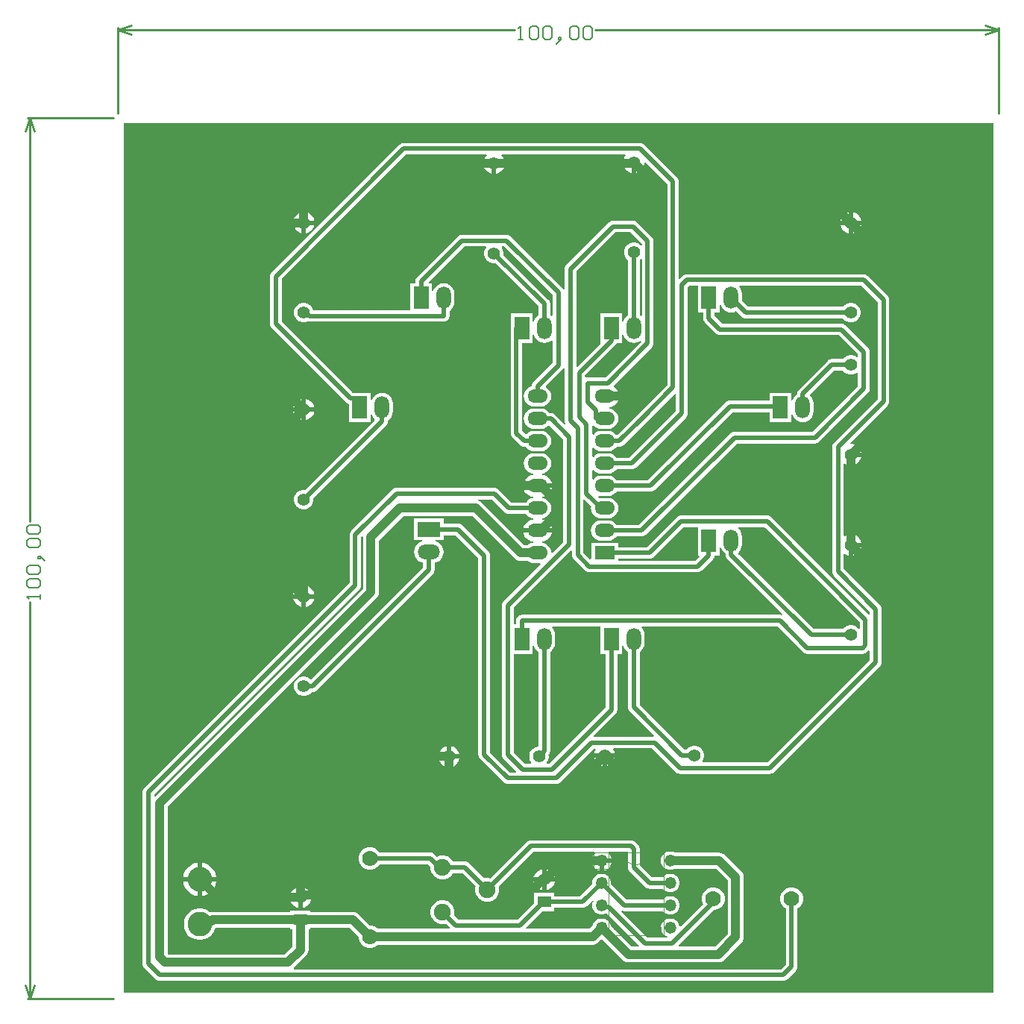
<source format=gbl>
G04*
G04 #@! TF.GenerationSoftware,Altium Limited,Altium Designer,21.3.2 (30)*
G04*
G04 Layer_Physical_Order=2*
G04 Layer_Color=16711680*
%FSLAX24Y24*%
%MOIN*%
G70*
G04*
G04 #@! TF.SameCoordinates,6E726B93-E50A-4388-B932-66385DC3C8FA*
G04*
G04*
G04 #@! TF.FilePolarity,Positive*
G04*
G01*
G75*
%ADD10C,0.0100*%
%ADD14C,0.0020*%
%ADD15C,0.0060*%
%ADD29O,0.0591X0.0512*%
%ADD30R,0.0591X0.0512*%
%ADD31R,0.0650X0.1000*%
%ADD32O,0.0650X0.1000*%
%ADD33C,0.0551*%
%ADD34C,0.0700*%
%ADD35R,0.0900X0.0600*%
%ADD36O,0.0900X0.0600*%
%ADD37C,0.0512*%
%ADD38C,0.1100*%
%ADD39C,0.0750*%
%ADD40R,0.1000X0.0650*%
%ADD41O,0.1000X0.0650*%
%ADD42C,0.0394*%
%ADD43C,0.0197*%
G36*
X39062Y245D02*
X208D01*
Y39099D01*
X39062D01*
Y245D01*
D02*
G37*
%LPC*%
G36*
X22902Y37259D02*
X22537D01*
X22560Y37176D01*
X22622Y37068D01*
X22710Y36980D01*
X22818Y36918D01*
X22902Y36895D01*
Y37259D01*
D02*
G37*
G36*
X17213Y37209D02*
X16848D01*
Y36845D01*
X16932Y36868D01*
X17040Y36930D01*
X17128Y37018D01*
X17190Y37126D01*
X17213Y37209D01*
D02*
G37*
G36*
X16652D02*
X16287D01*
X16310Y37126D01*
X16372Y37018D01*
X16460Y36930D01*
X16568Y36868D01*
X16652Y36845D01*
Y37209D01*
D02*
G37*
G36*
X32798Y35121D02*
Y34756D01*
X33163D01*
X33140Y34840D01*
X33078Y34948D01*
X32990Y35036D01*
X32882Y35098D01*
X32798Y35121D01*
D02*
G37*
G36*
X8348D02*
Y34756D01*
X8713D01*
X8690Y34840D01*
X8628Y34948D01*
X8540Y35036D01*
X8432Y35098D01*
X8348Y35121D01*
D02*
G37*
G36*
X32602D02*
X32518Y35098D01*
X32410Y35036D01*
X32322Y34948D01*
X32260Y34840D01*
X32237Y34756D01*
X32602D01*
Y35121D01*
D02*
G37*
G36*
X8152D02*
X8068Y35098D01*
X7960Y35036D01*
X7872Y34948D01*
X7810Y34840D01*
X7787Y34756D01*
X8152D01*
Y35121D01*
D02*
G37*
G36*
X33163Y34559D02*
X32798D01*
Y34195D01*
X32882Y34218D01*
X32990Y34280D01*
X33078Y34368D01*
X33140Y34476D01*
X33163Y34559D01*
D02*
G37*
G36*
X8713D02*
X8348D01*
Y34195D01*
X8432Y34218D01*
X8540Y34280D01*
X8628Y34368D01*
X8690Y34476D01*
X8713Y34559D01*
D02*
G37*
G36*
X32602D02*
X32237D01*
X32260Y34476D01*
X32322Y34368D01*
X32410Y34280D01*
X32518Y34218D01*
X32602Y34195D01*
Y34559D01*
D02*
G37*
G36*
X8152D02*
X7787D01*
X7810Y34476D01*
X7872Y34368D01*
X7960Y34280D01*
X8068Y34218D01*
X8152Y34195D01*
Y34559D01*
D02*
G37*
G36*
X8348Y26771D02*
Y26406D01*
X8713D01*
X8690Y26490D01*
X8628Y26598D01*
X8540Y26686D01*
X8432Y26748D01*
X8348Y26771D01*
D02*
G37*
G36*
X8152D02*
X8068Y26748D01*
X7960Y26686D01*
X7872Y26598D01*
X7810Y26490D01*
X7787Y26406D01*
X8152D01*
Y26771D01*
D02*
G37*
G36*
X8713Y26209D02*
X8348D01*
Y25845D01*
X8432Y25868D01*
X8540Y25930D01*
X8628Y26018D01*
X8690Y26126D01*
X8713Y26209D01*
D02*
G37*
G36*
X8152D02*
X7787D01*
X7810Y26126D01*
X7872Y26018D01*
X7960Y25930D01*
X8068Y25868D01*
X8152Y25845D01*
Y26209D01*
D02*
G37*
G36*
X23285Y38223D02*
X12715D01*
X12648Y38214D01*
X12586Y38189D01*
X12533Y38148D01*
X6817Y32433D01*
X6776Y32379D01*
X6751Y32317D01*
X6742Y32250D01*
Y30150D01*
X6751Y30083D01*
X6776Y30021D01*
X6817Y29967D01*
X10166Y26619D01*
X10219Y26578D01*
X10268Y26558D01*
Y25743D01*
X11232D01*
Y26089D01*
X11280Y26099D01*
X11329Y25982D01*
X11406Y25881D01*
X11414Y25875D01*
X11417Y25825D01*
X8316Y22723D01*
X8307Y22725D01*
X8193D01*
X8083Y22696D01*
X7984Y22639D01*
X7903Y22558D01*
X7846Y22459D01*
X7817Y22349D01*
Y22235D01*
X7846Y22125D01*
X7903Y22026D01*
X7984Y21946D01*
X8083Y21889D01*
X8193Y21859D01*
X8307D01*
X8417Y21889D01*
X8516Y21946D01*
X8597Y22026D01*
X8654Y22125D01*
X8683Y22235D01*
Y22349D01*
X8681Y22358D01*
X11933Y25610D01*
X11974Y25663D01*
X11999Y25725D01*
X12008Y25792D01*
Y25815D01*
X12094Y25881D01*
X12171Y25982D01*
X12220Y26099D01*
X12237Y26225D01*
Y26575D01*
X12220Y26701D01*
X12171Y26818D01*
X12094Y26919D01*
X11993Y26996D01*
X11876Y27045D01*
X11750Y27062D01*
X11624Y27045D01*
X11507Y26996D01*
X11406Y26919D01*
X11329Y26818D01*
X11280Y26701D01*
X11232Y26711D01*
Y27057D01*
X10540D01*
X10523Y27060D01*
X10455D01*
X7258Y30257D01*
Y32143D01*
X12822Y37707D01*
X16410D01*
X16431Y37657D01*
X16372Y37598D01*
X16310Y37490D01*
X16287Y37406D01*
X16750D01*
X17213D01*
X17190Y37490D01*
X17128Y37598D01*
X17069Y37657D01*
X17090Y37707D01*
X22616D01*
X22635Y37661D01*
X22622Y37648D01*
X22560Y37540D01*
X22537Y37456D01*
X23000D01*
Y37358D01*
X23098D01*
Y36895D01*
X23182Y36918D01*
X23290Y36980D01*
X23378Y37068D01*
X23440Y37176D01*
X23472Y37296D01*
Y37347D01*
X23519Y37366D01*
X24492Y36393D01*
Y27407D01*
X23107Y26023D01*
X22269Y25184D01*
X22206Y25188D01*
X22176Y25226D01*
X22081Y25300D01*
X21969Y25346D01*
X21850Y25361D01*
X21550D01*
X21431Y25346D01*
X21319Y25300D01*
X21224Y25226D01*
X21196Y25190D01*
X21146Y25206D01*
Y25594D01*
X21196Y25610D01*
X21224Y25574D01*
X21319Y25500D01*
X21431Y25454D01*
X21550Y25439D01*
X21850D01*
X21969Y25454D01*
X22081Y25500D01*
X22176Y25574D01*
X22250Y25669D01*
X22296Y25781D01*
X22311Y25900D01*
X22296Y26019D01*
X22250Y26131D01*
X22176Y26226D01*
X22081Y26300D01*
X21969Y26346D01*
X21899Y26355D01*
Y26405D01*
X21980Y26416D01*
X22101Y26466D01*
X22204Y26546D01*
X22284Y26649D01*
X22334Y26770D01*
X22338Y26802D01*
X21700D01*
Y26998D01*
X22338D01*
X22334Y27030D01*
X22284Y27151D01*
X22204Y27254D01*
X22111Y27326D01*
X22098Y27383D01*
X23803Y29088D01*
X23844Y29141D01*
X23870Y29203D01*
X23878Y29270D01*
Y33836D01*
X23870Y33902D01*
X23844Y33965D01*
X23803Y34018D01*
X23143Y34678D01*
X23090Y34719D01*
X23028Y34744D01*
X22961Y34753D01*
X22080D01*
X22013Y34744D01*
X21951Y34719D01*
X21897Y34678D01*
X19985Y32765D01*
X19944Y32711D01*
X19918Y32649D01*
X19909Y32582D01*
Y31678D01*
X19859Y31668D01*
X19854Y31682D01*
X19813Y31736D01*
X17503Y34046D01*
X17449Y34087D01*
X17387Y34112D01*
X17320Y34121D01*
X15318D01*
X15251Y34112D01*
X15189Y34087D01*
X15135Y34046D01*
X13317Y32228D01*
X13276Y32174D01*
X13251Y32112D01*
X13242Y32045D01*
Y31957D01*
X13018D01*
Y30753D01*
X8669D01*
X8654Y30809D01*
X8597Y30908D01*
X8516Y30989D01*
X8417Y31046D01*
X8307Y31075D01*
X8193D01*
X8083Y31046D01*
X7984Y30989D01*
X7903Y30908D01*
X7846Y30809D01*
X7817Y30699D01*
Y30585D01*
X7846Y30475D01*
X7903Y30376D01*
X7984Y30296D01*
X8083Y30239D01*
X8193Y30209D01*
X8307D01*
X8417Y30239D01*
X8429Y30245D01*
X8493Y30237D01*
X14500D01*
X14567Y30246D01*
X14629Y30272D01*
X14683Y30313D01*
X14724Y30366D01*
X14749Y30428D01*
X14758Y30495D01*
Y30715D01*
X14844Y30781D01*
X14921Y30882D01*
X14970Y30999D01*
X14987Y31125D01*
Y31475D01*
X14970Y31601D01*
X14921Y31718D01*
X14844Y31819D01*
X14743Y31896D01*
X14626Y31945D01*
X14500Y31962D01*
X14374Y31945D01*
X14257Y31896D01*
X14156Y31819D01*
X14079Y31718D01*
X14030Y31601D01*
X13982Y31611D01*
Y31957D01*
X13843D01*
X13824Y32004D01*
X15425Y33605D01*
X16385D01*
X16395Y33581D01*
X16402Y33555D01*
X16346Y33459D01*
X16317Y33349D01*
Y33235D01*
X16346Y33125D01*
X16403Y33026D01*
X16484Y32946D01*
X16583Y32889D01*
X16693Y32859D01*
X16807D01*
X16816Y32861D01*
X18742Y30935D01*
Y30535D01*
X18656Y30469D01*
X18579Y30368D01*
X18530Y30251D01*
X18482Y30261D01*
Y30607D01*
X17518D01*
Y30052D01*
X17501Y30012D01*
X17492Y29945D01*
Y25250D01*
X17501Y25183D01*
X17526Y25121D01*
X17567Y25067D01*
X17917Y24717D01*
X17971Y24676D01*
X18033Y24651D01*
X18100Y24642D01*
X18171D01*
X18224Y24574D01*
X18319Y24500D01*
X18431Y24454D01*
X18550Y24439D01*
X18850D01*
X18969Y24454D01*
X19081Y24500D01*
X19176Y24574D01*
X19250Y24669D01*
X19296Y24781D01*
X19311Y24900D01*
X19296Y25019D01*
X19250Y25131D01*
X19176Y25226D01*
X19081Y25300D01*
X18969Y25346D01*
X18850Y25361D01*
X18550D01*
X18431Y25346D01*
X18319Y25300D01*
X18224Y25226D01*
X18210Y25208D01*
X18160Y25205D01*
X18008Y25357D01*
Y29293D01*
X18482D01*
Y29639D01*
X18530Y29649D01*
X18579Y29532D01*
X18656Y29431D01*
X18757Y29354D01*
X18874Y29305D01*
X19000Y29288D01*
X19126Y29305D01*
X19243Y29354D01*
X19322Y29414D01*
X19372Y29389D01*
Y28392D01*
X18517Y27538D01*
X18476Y27484D01*
X18451Y27422D01*
X18442Y27355D01*
Y27347D01*
X18431Y27346D01*
X18319Y27300D01*
X18224Y27226D01*
X18150Y27131D01*
X18104Y27019D01*
X18089Y26900D01*
X18104Y26781D01*
X18150Y26669D01*
X18224Y26574D01*
X18319Y26500D01*
X18431Y26454D01*
X18550Y26439D01*
X18850D01*
X18969Y26454D01*
X19081Y26500D01*
X19176Y26574D01*
X19250Y26669D01*
X19296Y26781D01*
X19311Y26900D01*
X19296Y27019D01*
X19250Y27131D01*
X19176Y27226D01*
X19081Y27300D01*
X19072Y27303D01*
X19062Y27352D01*
X19813Y28103D01*
X19854Y28156D01*
X19859Y28170D01*
X19909Y28160D01*
Y25816D01*
X19918Y25749D01*
X19944Y25686D01*
X19904Y25656D01*
X19478Y26083D01*
X19425Y26124D01*
X19362Y26149D01*
X19295Y26158D01*
X19229D01*
X19176Y26226D01*
X19081Y26300D01*
X18969Y26346D01*
X18850Y26361D01*
X18550D01*
X18431Y26346D01*
X18319Y26300D01*
X18224Y26226D01*
X18150Y26131D01*
X18104Y26019D01*
X18089Y25900D01*
X18104Y25781D01*
X18150Y25669D01*
X18224Y25574D01*
X18319Y25500D01*
X18431Y25454D01*
X18550Y25439D01*
X18850D01*
X18969Y25454D01*
X19081Y25500D01*
X19176Y25574D01*
X19188Y25589D01*
X19238Y25592D01*
X19842Y24989D01*
Y20392D01*
X19360Y19911D01*
X19308Y19928D01*
X19296Y20019D01*
X19250Y20131D01*
X19176Y20226D01*
X19081Y20300D01*
X18969Y20346D01*
X18899Y20355D01*
Y20405D01*
X18980Y20416D01*
X19101Y20466D01*
X19204Y20546D01*
X19284Y20649D01*
X19334Y20770D01*
X19338Y20802D01*
X18700D01*
X18062D01*
X18066Y20770D01*
X18116Y20649D01*
X18196Y20546D01*
X18299Y20466D01*
X18420Y20416D01*
X18501Y20405D01*
Y20355D01*
X18431Y20346D01*
X18319Y20300D01*
X18264Y20257D01*
X18098D01*
X16203Y22153D01*
X16129Y22210D01*
X16042Y22245D01*
X16054Y22292D01*
X16650D01*
X17224Y21717D01*
X17278Y21676D01*
X17340Y21651D01*
X17407Y21642D01*
X18171D01*
X18224Y21574D01*
X18319Y21500D01*
X18431Y21454D01*
X18501Y21445D01*
Y21395D01*
X18420Y21384D01*
X18299Y21334D01*
X18196Y21254D01*
X18116Y21151D01*
X18066Y21030D01*
X18062Y20998D01*
X18700D01*
X19338D01*
X19334Y21030D01*
X19284Y21151D01*
X19204Y21254D01*
X19101Y21334D01*
X18980Y21384D01*
X18899Y21395D01*
Y21445D01*
X18969Y21454D01*
X19081Y21500D01*
X19176Y21574D01*
X19250Y21669D01*
X19296Y21781D01*
X19311Y21900D01*
X19296Y22019D01*
X19250Y22131D01*
X19176Y22226D01*
X19081Y22300D01*
X18969Y22346D01*
X18899Y22355D01*
Y22405D01*
X18980Y22416D01*
X19101Y22466D01*
X19204Y22546D01*
X19284Y22649D01*
X19334Y22770D01*
X19338Y22802D01*
X18700D01*
X18062D01*
X18066Y22770D01*
X18116Y22649D01*
X18196Y22546D01*
X18299Y22466D01*
X18420Y22416D01*
X18501Y22405D01*
Y22355D01*
X18431Y22346D01*
X18319Y22300D01*
X18224Y22226D01*
X18171Y22158D01*
X17514D01*
X16939Y22733D01*
X16886Y22774D01*
X16824Y22799D01*
X16757Y22808D01*
X12400D01*
X12333Y22799D01*
X12271Y22774D01*
X12217Y22733D01*
X10367Y20883D01*
X10326Y20829D01*
X10301Y20767D01*
X10292Y20700D01*
Y18557D01*
X1117Y9383D01*
X1076Y9329D01*
X1051Y9267D01*
X1042Y9200D01*
Y1550D01*
X1051Y1483D01*
X1076Y1421D01*
X1117Y1367D01*
X1632Y853D01*
X1686Y812D01*
X1748Y786D01*
X1815Y777D01*
X29685D01*
X29752Y786D01*
X29814Y812D01*
X29868Y853D01*
X30233Y1217D01*
X30274Y1271D01*
X30299Y1333D01*
X30308Y1400D01*
Y4013D01*
X30362Y4044D01*
X30456Y4138D01*
X30523Y4254D01*
X30557Y4383D01*
Y4517D01*
X30523Y4646D01*
X30456Y4762D01*
X30362Y4856D01*
X30246Y4923D01*
X30117Y4957D01*
X29983D01*
X29854Y4923D01*
X29738Y4856D01*
X29644Y4762D01*
X29577Y4646D01*
X29543Y4517D01*
Y4383D01*
X29577Y4254D01*
X29644Y4138D01*
X29738Y4044D01*
X29792Y4013D01*
Y1507D01*
X29578Y1293D01*
X7810D01*
X7794Y1340D01*
X7803Y1347D01*
X8353Y1897D01*
X8353Y1897D01*
X8410Y1971D01*
X8445Y2058D01*
X8457Y2150D01*
Y3087D01*
X8553D01*
Y3143D01*
X10302D01*
X10693Y2752D01*
Y2683D01*
X10727Y2554D01*
X10794Y2438D01*
X10888Y2344D01*
X11004Y2277D01*
X11133Y2243D01*
X11267D01*
X11396Y2277D01*
X11512Y2344D01*
X11560Y2393D01*
X21165D01*
X21257Y2405D01*
X21343Y2440D01*
X21417Y2497D01*
X21565Y2645D01*
X22504Y1705D01*
X22504Y1705D01*
X22578Y1648D01*
X22664Y1613D01*
X22757Y1600D01*
X22757Y1600D01*
X26777D01*
X26869Y1613D01*
X26956Y1648D01*
X27030Y1705D01*
X27803Y2478D01*
X27860Y2552D01*
X27895Y2639D01*
X27907Y2731D01*
Y5419D01*
X27907Y5419D01*
X27895Y5512D01*
X27860Y5598D01*
X27803Y5672D01*
X27803Y5672D01*
X27072Y6403D01*
X26998Y6460D01*
X26912Y6495D01*
X26819Y6507D01*
X24843D01*
X24795Y6535D01*
X24690Y6563D01*
X24581D01*
X24476Y6535D01*
X24382Y6481D01*
X24305Y6404D01*
X24250Y6310D01*
X24222Y6204D01*
Y6096D01*
X24250Y5990D01*
X24305Y5896D01*
X24382Y5819D01*
X24476Y5765D01*
X24581Y5737D01*
X24690D01*
X24795Y5765D01*
X24843Y5793D01*
X26671D01*
X27193Y5271D01*
Y2879D01*
X26629Y2315D01*
X25011D01*
X24991Y2361D01*
X26572Y3943D01*
X26617D01*
X26746Y3977D01*
X26862Y4044D01*
X26956Y4138D01*
X27023Y4254D01*
X27057Y4383D01*
Y4517D01*
X27023Y4646D01*
X26956Y4762D01*
X26862Y4856D01*
X26746Y4923D01*
X26617Y4957D01*
X26483D01*
X26354Y4923D01*
X26238Y4856D01*
X26144Y4762D01*
X26077Y4646D01*
X26043Y4517D01*
Y4383D01*
X26077Y4254D01*
X26105Y4205D01*
X25094Y3194D01*
X25046Y3216D01*
X25021Y3310D01*
X24966Y3404D01*
X24889Y3481D01*
X24795Y3535D01*
X24690Y3563D01*
X24581D01*
X24476Y3535D01*
X24382Y3481D01*
X24305Y3404D01*
X24250Y3310D01*
X24222Y3204D01*
Y3096D01*
X24250Y2990D01*
X24305Y2896D01*
X24382Y2819D01*
X24476Y2765D01*
X24501Y2758D01*
X24494Y2708D01*
X23607D01*
X22448Y3867D01*
X22476Y3910D01*
X22498Y3901D01*
X22565Y3892D01*
X24309D01*
X24382Y3819D01*
X24476Y3765D01*
X24581Y3737D01*
X24690D01*
X24795Y3765D01*
X24889Y3819D01*
X24966Y3896D01*
X25021Y3990D01*
X25049Y4096D01*
Y4204D01*
X25021Y4310D01*
X24966Y4404D01*
X24889Y4481D01*
X24795Y4535D01*
X24690Y4563D01*
X24581D01*
X24476Y4535D01*
X24382Y4481D01*
X24309Y4408D01*
X22671D01*
X21978Y5102D01*
Y5204D01*
X21950Y5310D01*
X21895Y5404D01*
X21818Y5481D01*
X21724Y5535D01*
X21619Y5563D01*
X21510D01*
X21405Y5535D01*
X21311Y5481D01*
X21234Y5404D01*
X21179Y5310D01*
X21151Y5204D01*
Y5102D01*
X20608Y4558D01*
X19453D01*
Y4713D01*
X18547D01*
Y4252D01*
X17804Y3508D01*
X15157D01*
X14962Y3703D01*
X14982Y3780D01*
Y3920D01*
X14946Y4056D01*
X14876Y4177D01*
X14777Y4276D01*
X14656Y4346D01*
X14520Y4382D01*
X14380D01*
X14244Y4346D01*
X14123Y4276D01*
X14024Y4177D01*
X13954Y4056D01*
X13918Y3920D01*
Y3780D01*
X13954Y3644D01*
X14024Y3523D01*
X14123Y3424D01*
X14244Y3354D01*
X14380Y3318D01*
X14520D01*
X14597Y3338D01*
X14781Y3154D01*
X14762Y3107D01*
X11560D01*
X11512Y3156D01*
X11396Y3223D01*
X11267Y3257D01*
X11198D01*
X10703Y3753D01*
X10629Y3810D01*
X10543Y3845D01*
X10450Y3857D01*
X8553D01*
Y3913D01*
X7647D01*
Y3857D01*
X4184D01*
X4184Y3857D01*
X4091Y3845D01*
X4074Y3838D01*
X4051Y3861D01*
X3935Y3939D01*
X3806Y3992D01*
X3670Y4019D01*
X3530D01*
X3394Y3992D01*
X3265Y3939D01*
X3149Y3861D01*
X3050Y3763D01*
X2973Y3647D01*
X2920Y3518D01*
X2893Y3382D01*
Y3242D01*
X2920Y3106D01*
X2973Y2977D01*
X3050Y2861D01*
X3149Y2762D01*
X3265Y2685D01*
X3394Y2632D01*
X3530Y2604D01*
X3670D01*
X3806Y2632D01*
X3935Y2685D01*
X4051Y2762D01*
X4150Y2861D01*
X4227Y2977D01*
X4280Y3106D01*
X4285Y3127D01*
X4310Y3138D01*
X4316Y3143D01*
X7647D01*
Y3087D01*
X7743D01*
Y2298D01*
X7402Y1957D01*
X2179D01*
X2157Y1979D01*
Y8552D01*
X11503Y17897D01*
X11560Y17971D01*
X11595Y18058D01*
X11607Y18150D01*
Y20452D01*
X12698Y21543D01*
X15802D01*
X17697Y19647D01*
X17697Y19647D01*
X17771Y19590D01*
X17858Y19555D01*
X17950Y19543D01*
X17950Y19543D01*
X18264D01*
X18319Y19500D01*
X18431Y19454D01*
X18550Y19439D01*
X18818D01*
X18839Y19389D01*
X17187Y17738D01*
X17146Y17684D01*
X17121Y17622D01*
X17112Y17555D01*
Y10885D01*
X17121Y10818D01*
X17146Y10756D01*
X17187Y10703D01*
X17750Y10140D01*
X17731Y10094D01*
X17467D01*
X16568Y10992D01*
Y19790D01*
X16559Y19857D01*
X16534Y19919D01*
X16493Y19973D01*
X15333Y21133D01*
X15279Y21174D01*
X15217Y21199D01*
X15150Y21208D01*
X14497D01*
Y21432D01*
X13183D01*
Y20468D01*
X13529D01*
X13539Y20420D01*
X13422Y20371D01*
X13321Y20294D01*
X13244Y20193D01*
X13195Y20076D01*
X13178Y19950D01*
X13195Y19824D01*
X13244Y19707D01*
X13321Y19606D01*
X13422Y19529D01*
X13539Y19480D01*
X13582Y19474D01*
Y19262D01*
X8562Y14242D01*
X8516Y14289D01*
X8417Y14346D01*
X8307Y14375D01*
X8193D01*
X8083Y14346D01*
X7984Y14289D01*
X7903Y14208D01*
X7846Y14109D01*
X7817Y13999D01*
Y13885D01*
X7846Y13775D01*
X7903Y13676D01*
X7984Y13596D01*
X8083Y13539D01*
X8193Y13509D01*
X8307D01*
X8417Y13539D01*
X8516Y13596D01*
X8597Y13676D01*
X8601Y13684D01*
X8627D01*
X8694Y13693D01*
X8756Y13719D01*
X8810Y13760D01*
X14023Y18973D01*
X14064Y19026D01*
X14089Y19088D01*
X14098Y19155D01*
Y19474D01*
X14141Y19480D01*
X14258Y19529D01*
X14359Y19606D01*
X14436Y19707D01*
X14485Y19824D01*
X14502Y19950D01*
X14485Y20076D01*
X14436Y20193D01*
X14359Y20294D01*
X14258Y20371D01*
X14141Y20420D01*
X14151Y20468D01*
X14497D01*
Y20692D01*
X15043D01*
X16052Y19683D01*
Y10885D01*
X16061Y10818D01*
X16086Y10756D01*
X16127Y10703D01*
X17177Y9653D01*
X17231Y9612D01*
X17293Y9586D01*
X17360Y9577D01*
X19530D01*
X19597Y9586D01*
X19659Y9612D01*
X19713Y9653D01*
X21227Y11167D01*
X21275Y11163D01*
X21301Y11117D01*
X21252Y11032D01*
X21229Y10948D01*
X21692D01*
X22155D01*
X22132Y11032D01*
X22084Y11117D01*
X22111Y11167D01*
X23818D01*
X24888Y10097D01*
X24942Y10056D01*
X25004Y10030D01*
X25071Y10021D01*
X29074D01*
X29141Y10030D01*
X29203Y10056D01*
X29257Y10097D01*
X33990Y14830D01*
X34031Y14884D01*
X34057Y14946D01*
X34066Y15013D01*
Y17386D01*
X34057Y17453D01*
X34031Y17515D01*
X33990Y17569D01*
X32387Y19172D01*
Y19835D01*
X32437Y19864D01*
X32518Y19818D01*
X32602Y19795D01*
Y20258D01*
Y20721D01*
X32518Y20698D01*
X32437Y20652D01*
X32387Y20681D01*
Y23869D01*
X32437Y23898D01*
X32518Y23852D01*
X32602Y23829D01*
Y24292D01*
X32700D01*
Y24391D01*
X33163D01*
X33140Y24474D01*
X33078Y24582D01*
X32990Y24670D01*
X32882Y24732D01*
X32762Y24765D01*
X32694D01*
X32674Y24815D01*
X34341Y26481D01*
X34382Y26535D01*
X34407Y26597D01*
X34416Y26664D01*
Y31217D01*
X34407Y31284D01*
X34382Y31346D01*
X34341Y31399D01*
X33453Y32288D01*
X33399Y32329D01*
X33337Y32354D01*
X33270Y32363D01*
X25370D01*
X25303Y32354D01*
X25241Y32329D01*
X25187Y32288D01*
X25054Y32154D01*
X25008Y32174D01*
Y36500D01*
X24999Y36567D01*
X24974Y36629D01*
X24933Y36683D01*
X23468Y38148D01*
X23414Y38189D01*
X23352Y38214D01*
X23285Y38223D01*
D02*
G37*
G36*
X33163Y24194D02*
X32798D01*
Y23829D01*
X32882Y23852D01*
X32990Y23914D01*
X33078Y24002D01*
X33140Y24110D01*
X33163Y24194D01*
D02*
G37*
G36*
X18850Y24361D02*
X18550D01*
X18431Y24346D01*
X18319Y24300D01*
X18224Y24226D01*
X18150Y24131D01*
X18104Y24019D01*
X18089Y23900D01*
X18104Y23781D01*
X18150Y23669D01*
X18224Y23574D01*
X18319Y23500D01*
X18431Y23454D01*
X18501Y23445D01*
Y23395D01*
X18420Y23384D01*
X18299Y23334D01*
X18196Y23254D01*
X18116Y23151D01*
X18066Y23030D01*
X18062Y22998D01*
X18700D01*
X19338D01*
X19334Y23030D01*
X19284Y23151D01*
X19204Y23254D01*
X19101Y23334D01*
X18980Y23384D01*
X18899Y23395D01*
Y23445D01*
X18969Y23454D01*
X19081Y23500D01*
X19176Y23574D01*
X19250Y23669D01*
X19296Y23781D01*
X19311Y23900D01*
X19296Y24019D01*
X19250Y24131D01*
X19176Y24226D01*
X19081Y24300D01*
X18969Y24346D01*
X18850Y24361D01*
D02*
G37*
G36*
X32798Y20721D02*
Y20356D01*
X33163D01*
X33140Y20440D01*
X33078Y20548D01*
X32990Y20636D01*
X32882Y20698D01*
X32798Y20721D01*
D02*
G37*
G36*
X33163Y20159D02*
X32798D01*
Y19795D01*
X32882Y19818D01*
X32990Y19880D01*
X33078Y19968D01*
X33140Y20076D01*
X33163Y20159D01*
D02*
G37*
G36*
X8348Y18421D02*
Y18056D01*
X8713D01*
X8690Y18140D01*
X8628Y18248D01*
X8540Y18336D01*
X8432Y18398D01*
X8348Y18421D01*
D02*
G37*
G36*
X8152D02*
X8068Y18398D01*
X7960Y18336D01*
X7872Y18248D01*
X7810Y18140D01*
X7787Y18056D01*
X8152D01*
Y18421D01*
D02*
G37*
G36*
X8713Y17859D02*
X8348D01*
Y17495D01*
X8432Y17518D01*
X8540Y17580D01*
X8628Y17668D01*
X8690Y17776D01*
X8713Y17859D01*
D02*
G37*
G36*
X8152D02*
X7787D01*
X7810Y17776D01*
X7872Y17668D01*
X7960Y17580D01*
X8068Y17518D01*
X8152Y17495D01*
Y17859D01*
D02*
G37*
G36*
X14841Y11263D02*
Y10898D01*
X15205D01*
X15182Y10982D01*
X15120Y11090D01*
X15032Y11178D01*
X14924Y11240D01*
X14841Y11263D01*
D02*
G37*
G36*
X14644D02*
X14560Y11240D01*
X14452Y11178D01*
X14364Y11090D01*
X14302Y10982D01*
X14279Y10898D01*
X14644D01*
Y11263D01*
D02*
G37*
G36*
X22155Y10752D02*
X21791D01*
Y10387D01*
X21874Y10410D01*
X21982Y10472D01*
X22070Y10560D01*
X22132Y10668D01*
X22155Y10752D01*
D02*
G37*
G36*
X21594D02*
X21229D01*
X21252Y10668D01*
X21314Y10560D01*
X21402Y10472D01*
X21510Y10410D01*
X21594Y10387D01*
Y10752D01*
D02*
G37*
G36*
X15205Y10702D02*
X14841D01*
Y10337D01*
X14924Y10360D01*
X15032Y10422D01*
X15120Y10510D01*
X15182Y10618D01*
X15205Y10702D01*
D02*
G37*
G36*
X14644D02*
X14279D01*
X14302Y10618D01*
X14364Y10510D01*
X14452Y10422D01*
X14560Y10360D01*
X14644Y10337D01*
Y10702D01*
D02*
G37*
G36*
X22007Y6052D02*
X21663D01*
Y5708D01*
X21739Y5728D01*
X21843Y5788D01*
X21927Y5872D01*
X21986Y5975D01*
X22007Y6052D01*
D02*
G37*
G36*
X21466D02*
X21122D01*
X21143Y5975D01*
X21202Y5872D01*
X21287Y5788D01*
X21390Y5728D01*
X21466Y5708D01*
Y6052D01*
D02*
G37*
G36*
X3698Y6054D02*
Y5410D01*
X4342D01*
X4318Y5530D01*
X4262Y5666D01*
X4180Y5788D01*
X4076Y5892D01*
X3954Y5974D01*
X3818Y6030D01*
X3698Y6054D01*
D02*
G37*
G36*
X3502D02*
X3382Y6030D01*
X3246Y5974D01*
X3124Y5892D01*
X3020Y5788D01*
X2938Y5666D01*
X2882Y5530D01*
X2858Y5410D01*
X3502D01*
Y6054D01*
D02*
G37*
G36*
X19098Y5749D02*
Y5398D01*
X19483D01*
X19480Y5418D01*
X19435Y5528D01*
X19362Y5623D01*
X19268Y5695D01*
X19158Y5741D01*
X19098Y5749D01*
D02*
G37*
G36*
X18902D02*
X18842Y5741D01*
X18732Y5695D01*
X18638Y5623D01*
X18565Y5528D01*
X18520Y5418D01*
X18517Y5398D01*
X18902D01*
Y5749D01*
D02*
G37*
G36*
X22885Y7058D02*
X18400D01*
X18333Y7049D01*
X18271Y7024D01*
X18217Y6983D01*
X16597Y5362D01*
X16520Y5382D01*
X16380D01*
X16303Y5362D01*
X15633Y6033D01*
X15579Y6074D01*
X15517Y6099D01*
X15450Y6108D01*
X14916D01*
X14876Y6177D01*
X14777Y6276D01*
X14656Y6346D01*
X14520Y6382D01*
X14380D01*
X14244Y6346D01*
X14198Y6319D01*
X14085Y6433D01*
X14031Y6474D01*
X13969Y6499D01*
X13902Y6508D01*
X11637D01*
X11606Y6562D01*
X11512Y6656D01*
X11396Y6723D01*
X11267Y6757D01*
X11133D01*
X11004Y6723D01*
X10888Y6656D01*
X10794Y6562D01*
X10727Y6446D01*
X10693Y6317D01*
Y6183D01*
X10727Y6054D01*
X10794Y5938D01*
X10888Y5844D01*
X11004Y5777D01*
X11133Y5743D01*
X11267D01*
X11396Y5777D01*
X11512Y5844D01*
X11606Y5938D01*
X11637Y5992D01*
X13795D01*
X13918Y5870D01*
Y5780D01*
X13954Y5644D01*
X14024Y5523D01*
X14123Y5424D01*
X14244Y5354D01*
X14380Y5318D01*
X14520D01*
X14656Y5354D01*
X14777Y5424D01*
X14876Y5523D01*
X14916Y5592D01*
X15343D01*
X15938Y4997D01*
X15918Y4920D01*
Y4780D01*
X15954Y4644D01*
X16024Y4523D01*
X16123Y4424D01*
X16244Y4354D01*
X16380Y4318D01*
X16520D01*
X16656Y4354D01*
X16777Y4424D01*
X16876Y4523D01*
X16946Y4644D01*
X16982Y4780D01*
Y4920D01*
X16962Y4997D01*
X18507Y6542D01*
X21245D01*
X21266Y6492D01*
X21202Y6428D01*
X21143Y6325D01*
X21122Y6248D01*
X21565D01*
X22007D01*
X21986Y6325D01*
X21927Y6428D01*
X21863Y6492D01*
X21884Y6542D01*
X22742D01*
Y5850D01*
X22751Y5783D01*
X22776Y5721D01*
X22817Y5667D01*
X23517Y4967D01*
X23571Y4926D01*
X23633Y4901D01*
X23700Y4892D01*
X24309D01*
X24382Y4819D01*
X24476Y4765D01*
X24581Y4737D01*
X24690D01*
X24795Y4765D01*
X24889Y4819D01*
X24966Y4896D01*
X25021Y4990D01*
X25049Y5096D01*
Y5204D01*
X25021Y5310D01*
X24966Y5404D01*
X24889Y5481D01*
X24795Y5535D01*
X24690Y5563D01*
X24581D01*
X24476Y5535D01*
X24382Y5481D01*
X24309Y5408D01*
X23807D01*
X23258Y5957D01*
Y6685D01*
X23249Y6751D01*
X23224Y6814D01*
X23183Y6867D01*
X23067Y6983D01*
X23014Y7024D01*
X22951Y7049D01*
X22885Y7058D01*
D02*
G37*
G36*
X19483Y5202D02*
X19098D01*
Y4851D01*
X19158Y4859D01*
X19268Y4905D01*
X19362Y4977D01*
X19435Y5072D01*
X19480Y5182D01*
X19483Y5202D01*
D02*
G37*
G36*
X18902D02*
X18517D01*
X18520Y5182D01*
X18565Y5072D01*
X18638Y4977D01*
X18732Y4905D01*
X18842Y4859D01*
X18902Y4851D01*
Y5202D01*
D02*
G37*
G36*
X8198Y4949D02*
Y4598D01*
X8583D01*
X8580Y4618D01*
X8535Y4728D01*
X8462Y4823D01*
X8368Y4895D01*
X8258Y4941D01*
X8198Y4949D01*
D02*
G37*
G36*
X8002D02*
X7942Y4941D01*
X7832Y4895D01*
X7738Y4823D01*
X7665Y4728D01*
X7620Y4618D01*
X7617Y4598D01*
X8002D01*
Y4949D01*
D02*
G37*
G36*
X4342Y5214D02*
X3698D01*
Y4570D01*
X3818Y4594D01*
X3954Y4650D01*
X4076Y4732D01*
X4180Y4836D01*
X4262Y4958D01*
X4318Y5094D01*
X4342Y5214D01*
D02*
G37*
G36*
X3502D02*
X2858D01*
X2882Y5094D01*
X2938Y4958D01*
X3020Y4836D01*
X3124Y4732D01*
X3246Y4650D01*
X3382Y4594D01*
X3502Y4570D01*
Y5214D01*
D02*
G37*
G36*
X8583Y4402D02*
X8198D01*
Y4051D01*
X8258Y4059D01*
X8368Y4105D01*
X8462Y4177D01*
X8535Y4272D01*
X8580Y4382D01*
X8583Y4402D01*
D02*
G37*
G36*
X8002D02*
X7617D01*
X7620Y4382D01*
X7665Y4272D01*
X7738Y4177D01*
X7832Y4105D01*
X7942Y4059D01*
X8002Y4051D01*
Y4402D01*
D02*
G37*
%LPD*%
G36*
X23362Y33729D02*
Y33663D01*
X23312Y33642D01*
X23266Y33689D01*
X23167Y33746D01*
X23057Y33775D01*
X22943D01*
X22833Y33746D01*
X22734Y33689D01*
X22653Y33608D01*
X22596Y33509D01*
X22567Y33399D01*
Y33285D01*
X22596Y33175D01*
X22653Y33076D01*
X22734Y32996D01*
X22742Y32991D01*
Y30535D01*
X22656Y30469D01*
X22579Y30368D01*
X22530Y30251D01*
X22482Y30261D01*
Y30607D01*
X21518D01*
Y29293D01*
X21518Y29293D01*
X21518D01*
X21499Y29249D01*
X20472Y28222D01*
X20425Y28241D01*
Y32475D01*
X22187Y34237D01*
X22854D01*
X23362Y33729D01*
D02*
G37*
G36*
Y33021D02*
Y30518D01*
X23312Y30494D01*
X23258Y30535D01*
Y32991D01*
X23266Y32996D01*
X23312Y33042D01*
X23362Y33021D01*
D02*
G37*
G36*
X19372Y31446D02*
Y30511D01*
X19322Y30486D01*
X19258Y30535D01*
Y31042D01*
X19249Y31109D01*
X19224Y31171D01*
X19183Y31225D01*
X17181Y33226D01*
X17183Y33235D01*
Y33349D01*
X17154Y33459D01*
X17098Y33555D01*
X17105Y33581D01*
X17115Y33605D01*
X17213D01*
X19372Y31446D01*
D02*
G37*
G36*
X33900Y31110D02*
Y26771D01*
X31947Y24818D01*
X31906Y24764D01*
X31880Y24702D01*
X31871Y24635D01*
Y19065D01*
X31880Y18998D01*
X31906Y18936D01*
X31947Y18883D01*
X33550Y17279D01*
Y17161D01*
X33500Y17140D01*
X29143Y21498D01*
X29089Y21539D01*
X29027Y21564D01*
X28960Y21573D01*
X25120D01*
X25053Y21564D01*
X24991Y21539D01*
X24937Y21498D01*
X23598Y20158D01*
X22307D01*
Y20357D01*
X21093D01*
Y19643D01*
X21046Y19624D01*
X20752Y19918D01*
Y22268D01*
X20798Y22287D01*
X21100Y21985D01*
X21089Y21900D01*
X21104Y21781D01*
X21150Y21669D01*
X21224Y21574D01*
X21319Y21500D01*
X21431Y21454D01*
X21550Y21439D01*
X21850D01*
X21969Y21454D01*
X22081Y21500D01*
X22176Y21574D01*
X22250Y21669D01*
X22296Y21781D01*
X22311Y21900D01*
X22296Y22019D01*
X22250Y22131D01*
X22176Y22226D01*
X22081Y22300D01*
X21969Y22346D01*
X21850Y22361D01*
X21550D01*
X21465Y22350D01*
X21404Y22411D01*
X21430Y22453D01*
X21432Y22454D01*
X21550Y22439D01*
X21850D01*
X21969Y22454D01*
X22081Y22500D01*
X22176Y22574D01*
X22229Y22642D01*
X23745D01*
X23812Y22651D01*
X23874Y22676D01*
X23927Y22717D01*
X27402Y26192D01*
X29068D01*
Y25743D01*
X30032D01*
Y26089D01*
X30080Y26099D01*
X30129Y25982D01*
X30206Y25881D01*
X30307Y25804D01*
X30424Y25755D01*
X30550Y25738D01*
X30676Y25755D01*
X30793Y25804D01*
X30894Y25881D01*
X30971Y25982D01*
X31020Y26099D01*
X31037Y26225D01*
Y26575D01*
X31020Y26701D01*
X30971Y26818D01*
X30894Y26919D01*
X30886Y26925D01*
X30883Y26975D01*
X31957Y28050D01*
X32349D01*
X32353Y28042D01*
X32434Y27961D01*
X32533Y27904D01*
X32643Y27875D01*
X32757D01*
X32867Y27904D01*
X32966Y27961D01*
X32976Y27971D01*
X33022Y27952D01*
Y27337D01*
X30993Y25308D01*
X27500D01*
X27433Y25299D01*
X27371Y25274D01*
X27317Y25233D01*
X23243Y21158D01*
X22229D01*
X22176Y21226D01*
X22081Y21300D01*
X21969Y21346D01*
X21850Y21361D01*
X21550D01*
X21431Y21346D01*
X21319Y21300D01*
X21224Y21226D01*
X21150Y21131D01*
X21104Y21019D01*
X21089Y20900D01*
X21104Y20781D01*
X21150Y20669D01*
X21224Y20574D01*
X21319Y20500D01*
X21431Y20454D01*
X21550Y20439D01*
X21850D01*
X21969Y20454D01*
X22081Y20500D01*
X22176Y20574D01*
X22229Y20642D01*
X23350D01*
X23417Y20651D01*
X23479Y20676D01*
X23533Y20717D01*
X27607Y24792D01*
X31100D01*
X31167Y24801D01*
X31229Y24826D01*
X31283Y24867D01*
X33463Y27047D01*
X33504Y27101D01*
X33529Y27163D01*
X33538Y27230D01*
Y28885D01*
X33529Y28952D01*
X33504Y29014D01*
X33463Y29068D01*
X32453Y30078D01*
X32399Y30119D01*
X32337Y30144D01*
X32270Y30153D01*
X26957D01*
X26608Y30502D01*
Y30643D01*
X26832D01*
Y30989D01*
X26880Y30999D01*
X26929Y30882D01*
X27006Y30781D01*
X27107Y30704D01*
X27224Y30655D01*
X27350Y30638D01*
X27476Y30655D01*
X27585Y30700D01*
X27825Y30460D01*
X27879Y30419D01*
X27941Y30393D01*
X28008Y30384D01*
X32349D01*
X32353Y30376D01*
X32434Y30296D01*
X32533Y30239D01*
X32643Y30209D01*
X32757D01*
X32867Y30239D01*
X32966Y30296D01*
X33047Y30376D01*
X33104Y30475D01*
X33133Y30585D01*
Y30699D01*
X33104Y30809D01*
X33047Y30908D01*
X32966Y30989D01*
X32867Y31046D01*
X32757Y31075D01*
X32643D01*
X32533Y31046D01*
X32434Y30989D01*
X32353Y30908D01*
X32349Y30900D01*
X28115D01*
X27837Y31178D01*
Y31475D01*
X27820Y31601D01*
X27771Y31718D01*
X27711Y31797D01*
X27736Y31847D01*
X33163D01*
X33900Y31110D01*
D02*
G37*
G36*
X25868Y30643D02*
X26092D01*
Y30395D01*
X26101Y30328D01*
X26126Y30266D01*
X26167Y30213D01*
X26667Y29713D01*
X26721Y29672D01*
X26783Y29646D01*
X26850Y29637D01*
X32163D01*
X33022Y28778D01*
Y28664D01*
X32976Y28645D01*
X32966Y28654D01*
X32867Y28711D01*
X32757Y28741D01*
X32643D01*
X32533Y28711D01*
X32434Y28654D01*
X32353Y28574D01*
X32349Y28566D01*
X31850D01*
X31783Y28557D01*
X31721Y28531D01*
X31667Y28490D01*
X30367Y27190D01*
X30326Y27137D01*
X30301Y27075D01*
X30292Y27008D01*
Y26985D01*
X30206Y26919D01*
X30129Y26818D01*
X30080Y26701D01*
X30032Y26711D01*
Y27057D01*
X29068D01*
Y26708D01*
X27295D01*
X27228Y26699D01*
X27166Y26674D01*
X27112Y26633D01*
X23638Y23158D01*
X22229D01*
X22176Y23226D01*
X22081Y23300D01*
X21969Y23346D01*
X21850Y23361D01*
X21550D01*
X21431Y23346D01*
X21319Y23300D01*
X21224Y23226D01*
X21196Y23190D01*
X21146Y23206D01*
Y23594D01*
X21196Y23610D01*
X21224Y23574D01*
X21319Y23500D01*
X21431Y23454D01*
X21550Y23439D01*
X21850D01*
X21969Y23454D01*
X22081Y23500D01*
X22176Y23574D01*
X22229Y23642D01*
X22910D01*
X22977Y23651D01*
X23039Y23676D01*
X23093Y23717D01*
X25326Y25951D01*
X25367Y26005D01*
X25393Y26067D01*
X25402Y26134D01*
Y31772D01*
X25477Y31847D01*
X25868D01*
Y30643D01*
D02*
G37*
G36*
X22579Y29532D02*
X22656Y29431D01*
X22757Y29354D01*
X22874Y29305D01*
X23000Y29288D01*
X23126Y29305D01*
X23243Y29354D01*
X23272Y29375D01*
X23326Y29354D01*
X23328Y29343D01*
X21738Y27753D01*
X20955D01*
X20888Y27745D01*
X20869Y27737D01*
X20819Y27770D01*
Y27839D01*
X22183Y29203D01*
X22224Y29256D01*
X22239Y29293D01*
X22482D01*
Y29639D01*
X22530Y29649D01*
X22579Y29532D01*
D02*
G37*
G36*
X24886Y27005D02*
Y26241D01*
X22803Y24158D01*
X22229D01*
X22176Y24226D01*
X22081Y24300D01*
X21969Y24346D01*
X21850Y24361D01*
X21550D01*
X21431Y24346D01*
X21319Y24300D01*
X21224Y24226D01*
X21196Y24190D01*
X21146Y24206D01*
Y24594D01*
X21196Y24610D01*
X21224Y24574D01*
X21319Y24500D01*
X21431Y24454D01*
X21550Y24439D01*
X21850D01*
X21969Y24454D01*
X22081Y24500D01*
X22176Y24574D01*
X22229Y24642D01*
X22350D01*
X22417Y24651D01*
X22479Y24676D01*
X22533Y24717D01*
X23473Y25657D01*
X23473Y25657D01*
X24839Y27024D01*
X24886Y27005D01*
D02*
G37*
G36*
X25868Y19793D02*
X25917D01*
X25936Y19746D01*
X25743Y19553D01*
X22307D01*
Y19642D01*
X23705D01*
X23772Y19651D01*
X23834Y19676D01*
X23887Y19717D01*
X25227Y21057D01*
X25868D01*
Y19793D01*
D02*
G37*
G36*
X26929Y20032D02*
X27006Y19931D01*
X27092Y19865D01*
Y19815D01*
X27101Y19748D01*
X27126Y19686D01*
X27167Y19633D01*
X29643Y17157D01*
X29618Y17114D01*
X29592Y17124D01*
X29525Y17133D01*
X18000D01*
X17933Y17124D01*
X17871Y17099D01*
X17817Y17058D01*
X17776Y17004D01*
X17751Y16942D01*
X17742Y16875D01*
Y16707D01*
X17628D01*
Y17448D01*
X20189Y20009D01*
X20236Y19990D01*
Y19811D01*
X20244Y19745D01*
X20270Y19682D01*
X20311Y19629D01*
X20827Y19113D01*
X20881Y19072D01*
X20943Y19046D01*
X21010Y19037D01*
X25850D01*
X25917Y19046D01*
X25979Y19072D01*
X26033Y19113D01*
X26533Y19613D01*
X26574Y19666D01*
X26599Y19728D01*
X26608Y19793D01*
X26832D01*
Y20139D01*
X26880Y20149D01*
X26929Y20032D01*
D02*
G37*
G36*
X33092Y16818D02*
Y16520D01*
X33085Y16518D01*
X33042Y16513D01*
X32966Y16589D01*
X32867Y16646D01*
X32757Y16675D01*
X32643D01*
X32533Y16646D01*
X32434Y16589D01*
X32353Y16508D01*
X32349Y16500D01*
X31030D01*
X27667Y19863D01*
X27670Y19913D01*
X27694Y19931D01*
X27771Y20032D01*
X27820Y20149D01*
X27837Y20275D01*
Y20625D01*
X27820Y20751D01*
X27771Y20868D01*
X27694Y20969D01*
X27645Y21007D01*
X27662Y21057D01*
X28853D01*
X33092Y16818D01*
D02*
G37*
G36*
X22579Y15632D02*
X22656Y15531D01*
X22742Y15465D01*
Y13000D01*
X22751Y12933D01*
X22776Y12871D01*
X22817Y12817D01*
X23902Y11733D01*
X23881Y11683D01*
X21218D01*
X21199Y11729D01*
X22183Y12713D01*
X22224Y12766D01*
X22249Y12828D01*
X22258Y12895D01*
Y15393D01*
X22482D01*
Y15739D01*
X22530Y15749D01*
X22579Y15632D01*
D02*
G37*
G36*
X30567Y15467D02*
X30621Y15426D01*
X30683Y15401D01*
X30750Y15392D01*
X33235D01*
X33301Y15401D01*
X33364Y15426D01*
X33417Y15467D01*
X33500Y15550D01*
X33550Y15529D01*
Y15120D01*
X28967Y10537D01*
X26073D01*
X26063Y10561D01*
X26056Y10587D01*
X26111Y10683D01*
X26141Y10793D01*
Y10907D01*
X26111Y11017D01*
X26054Y11116D01*
X25974Y11197D01*
X25875Y11254D01*
X25765Y11283D01*
X25651D01*
X25541Y11254D01*
X25442Y11197D01*
X25361Y11116D01*
X25357Y11108D01*
X25257D01*
X23258Y13107D01*
Y15465D01*
X23344Y15531D01*
X23421Y15632D01*
X23470Y15749D01*
X23487Y15875D01*
Y16225D01*
X23470Y16351D01*
X23421Y16468D01*
X23346Y16567D01*
X23349Y16584D01*
X23360Y16617D01*
X29418D01*
X30567Y15467D01*
D02*
G37*
G36*
X21518Y15393D02*
X21742D01*
Y13002D01*
X19227Y10487D01*
X19123D01*
X19113Y10511D01*
X19106Y10537D01*
X19161Y10633D01*
X19191Y10743D01*
Y10857D01*
X19188Y10867D01*
X19224Y10913D01*
X19249Y10975D01*
X19258Y11042D01*
Y15465D01*
X19344Y15531D01*
X19421Y15632D01*
X19470Y15749D01*
X19487Y15875D01*
Y16225D01*
X19470Y16351D01*
X19421Y16468D01*
X19346Y16567D01*
X19349Y16584D01*
X19360Y16617D01*
X21518D01*
Y15393D01*
D02*
G37*
G36*
X18579Y15632D02*
X18656Y15531D01*
X18742Y15465D01*
Y11233D01*
X18701D01*
X18591Y11204D01*
X18492Y11147D01*
X18411Y11066D01*
X18354Y10967D01*
X18325Y10857D01*
Y10743D01*
X18354Y10633D01*
X18410Y10537D01*
X18403Y10511D01*
X18393Y10487D01*
X18133D01*
X17628Y10992D01*
Y15393D01*
X18482D01*
Y15739D01*
X18530Y15749D01*
X18579Y15632D01*
D02*
G37*
G36*
X10894Y20612D02*
X10893Y20600D01*
Y18298D01*
X1604Y9010D01*
X1558Y9029D01*
Y9093D01*
X10733Y18267D01*
X10774Y18321D01*
X10799Y18383D01*
X10808Y18450D01*
Y20593D01*
X10849Y20634D01*
X10894Y20612D01*
D02*
G37*
G36*
X21206Y4356D02*
X21179Y4310D01*
X21151Y4204D01*
Y4096D01*
X21179Y3990D01*
X21234Y3896D01*
X21311Y3819D01*
X21405Y3765D01*
X21510Y3737D01*
X21619D01*
X21724Y3765D01*
X21785Y3800D01*
X23224Y2361D01*
X23204Y2315D01*
X22905D01*
X21964Y3256D01*
X21950Y3310D01*
X21895Y3404D01*
X21818Y3481D01*
X21724Y3535D01*
X21619Y3563D01*
X21510D01*
X21405Y3535D01*
X21311Y3481D01*
X21234Y3404D01*
X21179Y3310D01*
X21165Y3256D01*
X21017Y3107D01*
X18198D01*
X18179Y3154D01*
X18912Y3887D01*
X19453D01*
Y4042D01*
X20715D01*
X20781Y4051D01*
X20844Y4076D01*
X20897Y4117D01*
X21166Y4386D01*
X21206Y4356D01*
D02*
G37*
D10*
X-3987Y39357D02*
X-3787Y38757D01*
X-4187D02*
X-3987Y39357D01*
X-4187Y587D02*
X-3987Y-13D01*
X-3787Y587D01*
X-3987Y21322D02*
Y39357D01*
Y-13D02*
Y17703D01*
X-4087Y39357D02*
X-248D01*
X-4087Y-13D02*
X-248D01*
X-50Y43294D02*
X550Y43494D01*
X-50Y43294D02*
X550Y43094D01*
X38720D02*
X39320Y43294D01*
X38720Y43494D02*
X39320Y43294D01*
X-50D02*
X17666D01*
X21285D02*
X39320D01*
X-50Y39555D02*
Y43394D01*
X39320Y39555D02*
Y43394D01*
D14*
X22537Y6524D02*
G03*
X23667Y6524I565J2D01*
G01*
X21820Y3150D02*
G03*
X21820Y3150I-256J0D01*
G01*
Y4150D02*
G03*
X21820Y4150I-256J0D01*
G01*
Y5150D02*
G03*
X21820Y5150I-256J0D01*
G01*
Y6150D02*
G03*
X21820Y6150I-256J0D01*
G01*
X24891Y3150D02*
G03*
X24891Y3150I-256J0D01*
G01*
Y4150D02*
G03*
X24891Y4150I-256J0D01*
G01*
Y5150D02*
G03*
X24891Y5150I-256J0D01*
G01*
Y6150D02*
G03*
X24891Y6150I-256J0D01*
G01*
X22537Y6524D02*
X23667Y6524D01*
X21194Y5780D02*
X21871Y5777D01*
X21194Y5780D02*
Y6522D01*
X21870D02*
X22537Y6524D01*
X23673Y6528D02*
X24334Y6534D01*
X21196Y6522D02*
X21870D01*
Y2803D02*
Y6522D01*
X24334Y2806D02*
Y6534D01*
X21870Y2803D02*
X24334Y2806D01*
X22019Y6219D02*
Y6153D01*
Y6186D01*
X22215D01*
X22183Y6219D01*
X22094Y3080D02*
X22291D01*
X22192Y3178D01*
Y3047D01*
X24218Y3042D02*
Y3173D01*
X24120D01*
X24153Y3108D01*
Y3075D01*
X24120Y3042D01*
X24054D01*
X24021Y3075D01*
Y3141D01*
X24054Y3173D01*
X24120Y6220D02*
X24153Y6188D01*
Y6122D01*
X24120Y6089D01*
X24087D01*
X24054Y6122D01*
X24021Y6089D01*
X23989D01*
X23956Y6122D01*
Y6188D01*
X23989Y6220D01*
X24021D01*
X24054Y6188D01*
X24087Y6220D01*
X24120D01*
X24054Y6188D02*
Y6122D01*
D15*
X-3527Y17863D02*
Y18063D01*
Y17963D01*
X-4127D01*
X-4027Y17863D01*
Y18362D02*
X-4127Y18462D01*
Y18662D01*
X-4027Y18762D01*
X-3627D01*
X-3527Y18662D01*
Y18462D01*
X-3627Y18362D01*
X-4027D01*
Y18962D02*
X-4127Y19062D01*
Y19262D01*
X-4027Y19362D01*
X-3627D01*
X-3527Y19262D01*
Y19062D01*
X-3627Y18962D01*
X-4027D01*
X-3427Y19662D02*
X-3527Y19762D01*
X-3627D01*
Y19662D01*
X-3527D01*
Y19762D01*
X-3427Y19662D01*
X-3327Y19562D01*
X-4027Y20162D02*
X-4127Y20262D01*
Y20462D01*
X-4027Y20562D01*
X-3627D01*
X-3527Y20462D01*
Y20262D01*
X-3627Y20162D01*
X-4027D01*
Y20762D02*
X-4127Y20862D01*
Y21062D01*
X-4027Y21162D01*
X-3627D01*
X-3527Y21062D01*
Y20862D01*
X-3627Y20762D01*
X-4027D01*
X17826Y42834D02*
X18026D01*
X17926D01*
Y43434D01*
X17826Y43334D01*
X18325D02*
X18425Y43434D01*
X18625D01*
X18725Y43334D01*
Y42934D01*
X18625Y42834D01*
X18425D01*
X18325Y42934D01*
Y43334D01*
X18925D02*
X19025Y43434D01*
X19225D01*
X19325Y43334D01*
Y42934D01*
X19225Y42834D01*
X19025D01*
X18925Y42934D01*
Y43334D01*
X19625Y42734D02*
X19725Y42834D01*
Y42934D01*
X19625D01*
Y42834D01*
X19725D01*
X19625Y42734D01*
X19525Y42634D01*
X20125Y43334D02*
X20225Y43434D01*
X20425D01*
X20525Y43334D01*
Y42934D01*
X20425Y42834D01*
X20225D01*
X20125Y42934D01*
Y43334D01*
X20725D02*
X20825Y43434D01*
X21025D01*
X21125Y43334D01*
Y42934D01*
X21025Y42834D01*
X20825D01*
X20725Y42934D01*
Y43334D01*
D29*
X19000Y5300D02*
D03*
X8100Y4500D02*
D03*
D30*
X19000Y4300D02*
D03*
X8100Y3500D02*
D03*
D31*
X22000Y29950D02*
D03*
X26350Y31300D02*
D03*
X29550Y26400D02*
D03*
X26350Y20450D02*
D03*
X22000Y16050D02*
D03*
X18000D02*
D03*
X10750Y26400D02*
D03*
X13500Y31300D02*
D03*
X18000Y29950D02*
D03*
D32*
X23000D02*
D03*
X27350Y31300D02*
D03*
X30550Y26400D02*
D03*
X27350Y20450D02*
D03*
X23000Y16050D02*
D03*
X19000D02*
D03*
X11750Y26400D02*
D03*
X14500Y31300D02*
D03*
X19000Y29950D02*
D03*
D33*
X23000Y33342D02*
D03*
Y37358D02*
D03*
X32700Y30642D02*
D03*
Y34658D02*
D03*
Y28308D02*
D03*
Y24292D02*
D03*
Y16242D02*
D03*
Y20258D02*
D03*
X25708Y10850D02*
D03*
X21692D02*
D03*
X18758Y10800D02*
D03*
X14742D02*
D03*
X8250Y13942D02*
D03*
Y17958D02*
D03*
Y22292D02*
D03*
Y26308D02*
D03*
Y30642D02*
D03*
Y34658D02*
D03*
X16750Y33292D02*
D03*
Y37308D02*
D03*
D34*
X11200Y2750D02*
D03*
Y6250D02*
D03*
X26550Y4450D02*
D03*
X30050D02*
D03*
D35*
X21700Y19900D02*
D03*
D36*
Y20900D02*
D03*
Y21900D02*
D03*
Y22900D02*
D03*
Y23900D02*
D03*
Y24900D02*
D03*
Y25900D02*
D03*
Y26900D02*
D03*
X18700Y19900D02*
D03*
Y20900D02*
D03*
Y21900D02*
D03*
Y22900D02*
D03*
Y23900D02*
D03*
Y24900D02*
D03*
Y25900D02*
D03*
Y26900D02*
D03*
D37*
X24635Y3150D02*
D03*
Y4150D02*
D03*
Y5150D02*
D03*
Y6150D02*
D03*
X21565D02*
D03*
Y5150D02*
D03*
Y4150D02*
D03*
Y3150D02*
D03*
D38*
X3600Y5312D02*
D03*
Y3312D02*
D03*
D39*
X14450Y5850D02*
D03*
X16450Y4850D02*
D03*
X14450Y3850D02*
D03*
D40*
X13840Y20950D02*
D03*
D41*
Y19950D02*
D03*
D42*
X3600Y3312D02*
X3735Y3447D01*
X4184Y3500D02*
X8100D01*
X3735Y3447D02*
X4131D01*
X4184Y3500D01*
X22485Y26900D02*
X24112Y28527D01*
Y36245D01*
X23000Y37358D02*
X24112Y36245D01*
X8100Y4500D02*
X8171D01*
X8290Y4619D01*
X15081D01*
X15750Y3950D01*
X17500D01*
X18929Y5300D02*
X19000D01*
X18578Y4950D02*
X18929Y5300D01*
X18500Y4950D02*
X18578D01*
X17500Y3950D02*
X18500Y4950D01*
X19000Y5300D02*
X19039D01*
X19889Y6150D02*
X21565D01*
X19039Y5300D02*
X19889Y6150D01*
X8100Y6150D02*
X12750Y10800D01*
X14742D01*
X8100Y4500D02*
Y6150D01*
X21565Y3150D02*
X22757Y1958D01*
X26777D02*
X27550Y2731D01*
X22757Y1958D02*
X26777D01*
X27550Y2731D02*
Y5419D01*
X24635Y6150D02*
X26819D01*
X27550Y5419D01*
X21165Y2750D02*
X21565Y3150D01*
X11200Y2750D02*
X21165D01*
X10450Y3500D02*
X11200Y2750D01*
X1800Y1831D02*
Y8700D01*
Y1831D02*
X2031Y1600D01*
X7550D01*
X8100Y2150D02*
Y3500D01*
X7550Y1600D02*
X8100Y2150D01*
X3600Y5312D02*
X4412Y4500D01*
X8100D01*
X1800Y8700D02*
X11250Y18150D01*
Y20600D02*
X12550Y21900D01*
X15950D01*
X11250Y18150D02*
Y20600D01*
X17950Y19900D02*
X18700D01*
X15950Y21900D02*
X17950Y19900D01*
X8250Y35300D02*
X11400Y38450D01*
X12504D02*
X12511Y38457D01*
X11400Y38450D02*
X12504D01*
X23581Y38365D02*
X28993D01*
X23489Y38457D02*
X23581Y38365D01*
X8250Y34658D02*
Y35300D01*
X12511Y38457D02*
X23489D01*
X7350Y25408D02*
X8250Y26308D01*
X7350Y18858D02*
Y25408D01*
Y18858D02*
X8250Y17958D01*
X7581Y30365D02*
Y30919D01*
X11965Y27950D02*
X16715Y23200D01*
X8112Y29973D02*
X10135Y27950D01*
X7973Y29973D02*
X8112D01*
X7679Y31018D02*
Y31429D01*
X7581Y30919D02*
X7679Y31018D01*
X10135Y27950D02*
X11965D01*
X7581Y30365D02*
X7973Y29973D01*
X18850Y22900D02*
X19544Y22206D01*
X18700Y22900D02*
X18850D01*
X18700Y20900D02*
X18850D01*
X19544Y21594D01*
Y22206D01*
X15607Y9343D02*
X20185D01*
X21692Y10850D01*
X14742Y10208D02*
X15607Y9343D01*
X14742Y10208D02*
Y10800D01*
X22755Y9787D02*
X30537D01*
X34650Y13900D01*
X21692Y10850D02*
X22755Y9787D01*
X34650Y13900D02*
Y18308D01*
X32700Y20258D02*
X34650Y18308D01*
X32700Y34658D02*
X35200Y32158D01*
X32700Y24292D02*
X35200Y26792D01*
Y32158D01*
X13558Y37308D02*
X16750D01*
X7679Y31429D02*
X13558Y37308D01*
X7808Y34658D02*
X8250D01*
X6400Y33250D02*
X7808Y34658D01*
X6400Y28158D02*
Y33250D01*
Y28158D02*
X8250Y26308D01*
X18114Y22913D02*
X18687D01*
X17827Y23200D02*
X18114Y22913D01*
X18687D02*
X18700Y22900D01*
X16715Y23200D02*
X17827D01*
X8250Y20675D02*
X10775Y23200D01*
X16715D01*
X16750Y37308D02*
X22950D01*
X23000Y37358D01*
X28993Y38365D02*
X32700Y34658D01*
X21700Y26900D02*
X22485D01*
X8100Y3500D02*
X10450D01*
X8250Y17958D02*
Y20675D01*
X32700Y20258D02*
Y24292D01*
D43*
X23620Y29270D02*
Y33836D01*
X22961Y34495D02*
X23620Y33836D01*
X21845Y27495D02*
X23620Y29270D01*
X20955Y27495D02*
X21845D01*
X25071Y10279D02*
X29074D01*
X21120Y11425D02*
X23925D01*
X25071Y10279D01*
X23000Y13000D02*
Y16050D01*
Y13000D02*
X25150Y10850D01*
X25708D01*
X33350Y15765D02*
Y16925D01*
X29525Y16875D02*
X30750Y15650D01*
X33235D01*
X33350Y15765D01*
X18000Y16875D02*
X29525D01*
X29074Y10279D02*
X33808Y15013D01*
X1300Y1550D02*
Y9200D01*
X1815Y1035D02*
X29685D01*
X1300Y1550D02*
X1815Y1035D01*
X23000Y5850D02*
X23700Y5150D01*
X23000Y5850D02*
Y6685D01*
X23700Y5150D02*
X24635D01*
X22885Y6800D02*
X23000Y6685D01*
X17911Y3250D02*
X18961Y4300D01*
X15050Y3250D02*
X17911D01*
X14450Y3850D02*
X15050Y3250D01*
X15450Y5850D02*
X16450Y4850D01*
X14302Y5850D02*
X15450D01*
X18400Y6800D02*
X22885D01*
X16450Y4850D02*
X18400Y6800D01*
X21565Y5150D02*
X22565Y4150D01*
X24635D01*
X19000Y4300D02*
X20715D01*
X21565Y5150D01*
X18961Y4300D02*
X19000D01*
X21565Y4150D02*
X21625Y4090D01*
X21860D02*
X23500Y2450D01*
X21625Y4090D02*
X21860D01*
X23500Y2450D02*
X24715D01*
X13902Y6250D02*
X14302Y5850D01*
X11200Y6250D02*
X13902D01*
X24715Y2450D02*
X26454Y4189D01*
Y4354D01*
X26550Y4450D01*
X30050Y1400D02*
Y4450D01*
X29685Y1035D02*
X30050Y1400D01*
X1300Y9200D02*
X10550Y18450D01*
Y20700D01*
X12400Y22550D01*
X17407Y21900D02*
X18700D01*
X16757Y22550D02*
X17407Y21900D01*
X12400Y22550D02*
X16757D01*
X27500Y25050D02*
X31100D01*
X21700Y20900D02*
X23350D01*
X27500Y25050D01*
X31100D02*
X33280Y27230D01*
Y28885D01*
X29500Y26450D02*
X29550Y26400D01*
X23745Y22900D02*
X27295Y26450D01*
X29500D01*
X24750Y27300D02*
Y36500D01*
X23290Y25840D02*
Y25840D01*
X24750Y27300D01*
X25144Y31879D02*
X25370Y32105D01*
X23285Y37965D02*
X24750Y36500D01*
X25144Y26134D02*
Y31879D01*
X22910Y23900D02*
X25144Y26134D01*
X20167Y32582D02*
X22080Y34495D01*
X20561Y25979D02*
X20887Y25652D01*
X21550Y21900D02*
X21700D01*
X20887Y22563D02*
X21550Y21900D01*
X20167Y25816D02*
Y32582D01*
X20561Y27946D02*
X22000Y29385D01*
X20100Y20285D02*
Y25095D01*
X20494Y19811D02*
Y25489D01*
X20887Y22563D02*
Y25652D01*
X17370Y17555D02*
X20100Y20285D01*
X20494Y19811D02*
X21010Y19295D01*
X20167Y25816D02*
X20494Y25489D01*
X19295Y25900D02*
X20100Y25095D01*
X20561Y25979D02*
Y27946D01*
X19334Y10229D02*
X22000Y12895D01*
X18026Y10229D02*
X19334D01*
X17370Y10885D02*
X18026Y10229D01*
X17360Y9835D02*
X19530D01*
X21120Y11425D01*
X16310Y10885D02*
X17360Y9835D01*
X34158Y26664D02*
Y31217D01*
X33270Y32105D02*
X34158Y31217D01*
X32129Y24635D02*
X34158Y26664D01*
X8493Y30495D02*
X14500D01*
X8250Y30642D02*
X8346D01*
X8493Y30495D01*
X10750Y26400D02*
Y26575D01*
X7000Y30150D02*
Y32250D01*
Y30150D02*
X10348Y26802D01*
X10523D02*
X10750Y26575D01*
X10348Y26802D02*
X10523D01*
X7000Y32250D02*
X12715Y37965D01*
X23285D01*
X21310Y25900D02*
Y26280D01*
X17750Y29945D02*
X18000D01*
X21700Y19900D02*
X23705D01*
X25120Y21315D01*
X28960D01*
X33350Y16925D01*
X18000Y16050D02*
Y16875D01*
X21700Y22900D02*
X23745D01*
X13840Y20950D02*
X15150D01*
X16310Y19790D01*
Y10885D02*
Y19790D01*
X33808Y15013D02*
Y17386D01*
X32129Y19065D02*
X33808Y17386D01*
X32129Y19065D02*
Y24635D01*
X25370Y32105D02*
X33270D01*
X21700Y23900D02*
X22910D01*
X22350Y24900D02*
X23290Y25840D01*
X21700Y24900D02*
X22350D01*
X21310Y25900D02*
X21700D01*
X20955Y26635D02*
X21310Y26280D01*
X20955Y26635D02*
Y27495D01*
X22080Y34495D02*
X22961D01*
X21010Y19295D02*
X25850D01*
X26350Y19795D01*
Y20450D01*
X18000Y29945D02*
Y29950D01*
X17750Y25250D02*
Y29945D01*
Y25250D02*
X18100Y24900D01*
X18700D01*
X28008Y30642D02*
X32700D01*
X27350Y31300D02*
X28008Y30642D01*
X27350Y19815D02*
Y20450D01*
Y19815D02*
X30923Y16242D01*
X32700D01*
X19000Y11042D02*
Y16050D01*
X18758Y10800D02*
X19000Y11042D01*
X8250Y13942D02*
X8627D01*
X13840Y19155D01*
Y19950D01*
X18700Y25900D02*
X19295D01*
X17370Y10885D02*
Y17555D01*
X22000Y12895D02*
Y16050D01*
Y29385D02*
Y29950D01*
X26350Y30395D02*
Y31300D01*
Y30395D02*
X26850Y29895D01*
X32270D01*
X33280Y28885D01*
X31850Y28308D02*
X32700D01*
X30550Y27008D02*
X31850Y28308D01*
X30550Y26400D02*
Y27008D01*
X23000Y29950D02*
Y33342D01*
X18700Y26900D02*
Y27355D01*
X19630Y28285D01*
Y31553D01*
X17320Y33863D02*
X19630Y31553D01*
X15318Y33863D02*
X17320D01*
X13500Y32045D02*
X15318Y33863D01*
X13500Y31300D02*
Y32045D01*
X19000Y29950D02*
Y31042D01*
X16750Y33292D02*
X19000Y31042D01*
X8250Y22292D02*
X11750Y25792D01*
Y26400D01*
X14500Y30495D02*
Y31300D01*
M02*

</source>
